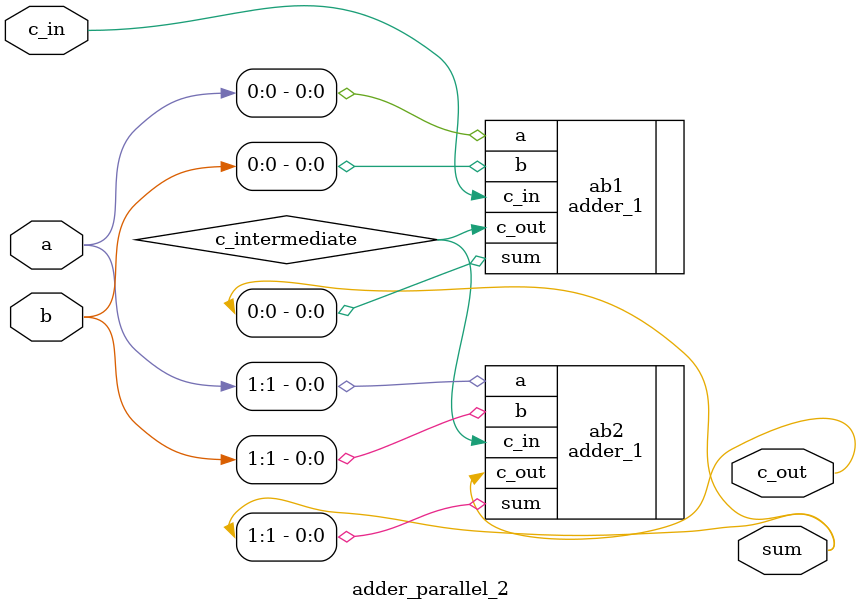
<source format=sv>
module adder_parallel_2(a,b,c_in,sum,c_out);
input wire [1:0] a,b;
input wire c_in;

output wire [1:0] sum;
output wire c_out;
wire c_intermediate;

adder_1 ab1(.a(a[0]),.b(b[0]),.c_in(c_in),.sum(sum[0]),.c_out(c_intermediate));
adder_1 ab2(.a(a[1]),.b(b[1]),.c_in(c_intermediate),.sum(sum[1]),.c_out(c_out));

endmodule

</source>
